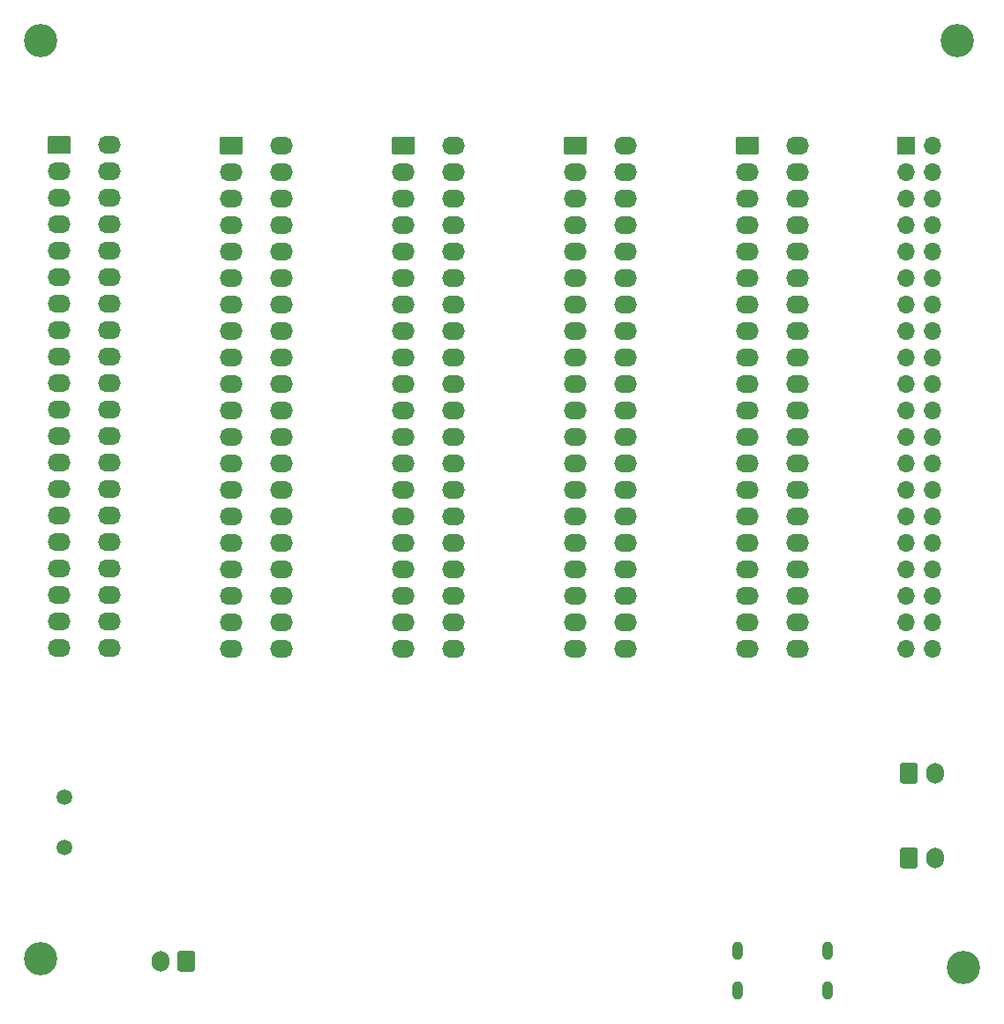
<source format=gbr>
G04 #@! TF.GenerationSoftware,KiCad,Pcbnew,(5.1.9-0-10_14)*
G04 #@! TF.CreationDate,2021-04-09T12:46:09-05:00*
G04 #@! TF.ProjectId,Backplane,4261636b-706c-4616-9e65-2e6b69636164,1*
G04 #@! TF.SameCoordinates,Original*
G04 #@! TF.FileFunction,Soldermask,Bot*
G04 #@! TF.FilePolarity,Negative*
%FSLAX46Y46*%
G04 Gerber Fmt 4.6, Leading zero omitted, Abs format (unit mm)*
G04 Created by KiCad (PCBNEW (5.1.9-0-10_14)) date 2021-04-09 12:46:09*
%MOMM*%
%LPD*%
G01*
G04 APERTURE LIST*
%ADD10O,1.000000X1.800000*%
%ADD11O,2.203200X1.703200*%
%ADD12C,3.200000*%
%ADD13O,1.700000X2.000000*%
%ADD14R,1.700000X1.700000*%
%ADD15O,1.700000X1.700000*%
%ADD16C,1.500000*%
G04 APERTURE END LIST*
D10*
X171496000Y-147056000D03*
X162856000Y-147056000D03*
X171496000Y-143256000D03*
X162856000Y-143256000D03*
G36*
G01*
X162830000Y-65188400D02*
X164830000Y-65188400D01*
G75*
G02*
X164931600Y-65290000I0J-101600D01*
G01*
X164931600Y-66790000D01*
G75*
G02*
X164830000Y-66891600I-101600J0D01*
G01*
X162830000Y-66891600D01*
G75*
G02*
X162728400Y-66790000I0J101600D01*
G01*
X162728400Y-65290000D01*
G75*
G02*
X162830000Y-65188400I101600J0D01*
G01*
G37*
D11*
X168681000Y-66040000D03*
X163830000Y-68580000D03*
X168681000Y-68580000D03*
X163830000Y-71120000D03*
X168681000Y-71120000D03*
X163830000Y-73660000D03*
X168681000Y-73660000D03*
X163830000Y-76200000D03*
X168681000Y-76200000D03*
X163830000Y-78740000D03*
X168681000Y-78740000D03*
X163830000Y-81280000D03*
X168681000Y-81280000D03*
X163830000Y-83820000D03*
X168681000Y-83820000D03*
X163830000Y-86360000D03*
X168681000Y-86360000D03*
X163830000Y-88900000D03*
X168681000Y-88900000D03*
X163830000Y-91440000D03*
X168681000Y-91440000D03*
X163830000Y-93980000D03*
X168681000Y-93980000D03*
X163830000Y-96520000D03*
X168681000Y-96520000D03*
X163830000Y-99060000D03*
X168681000Y-99060000D03*
X163830000Y-101600000D03*
X168681000Y-101600000D03*
X163830000Y-104140000D03*
X168681000Y-104140000D03*
X163830000Y-106680000D03*
X168681000Y-106680000D03*
X163830000Y-109220000D03*
X168681000Y-109220000D03*
X163830000Y-111760000D03*
X168681000Y-111760000D03*
X163830000Y-114300000D03*
X168681000Y-114300000D03*
D12*
X96000000Y-56000000D03*
X184000000Y-56000000D03*
X184540000Y-144860000D03*
X96000000Y-144000000D03*
G36*
G01*
X96790000Y-65148400D02*
X98790000Y-65148400D01*
G75*
G02*
X98891600Y-65250000I0J-101600D01*
G01*
X98891600Y-66750000D01*
G75*
G02*
X98790000Y-66851600I-101600J0D01*
G01*
X96790000Y-66851600D01*
G75*
G02*
X96688400Y-66750000I0J101600D01*
G01*
X96688400Y-65250000D01*
G75*
G02*
X96790000Y-65148400I101600J0D01*
G01*
G37*
D11*
X102641000Y-66000000D03*
X97790000Y-68540000D03*
X102641000Y-68540000D03*
X97790000Y-71080000D03*
X102641000Y-71080000D03*
X97790000Y-73620000D03*
X102641000Y-73620000D03*
X97790000Y-76160000D03*
X102641000Y-76160000D03*
X97790000Y-78700000D03*
X102641000Y-78700000D03*
X97790000Y-81240000D03*
X102641000Y-81240000D03*
X97790000Y-83780000D03*
X102641000Y-83780000D03*
X97790000Y-86320000D03*
X102641000Y-86320000D03*
X97790000Y-88860000D03*
X102641000Y-88860000D03*
X97790000Y-91400000D03*
X102641000Y-91400000D03*
X97790000Y-93940000D03*
X102641000Y-93940000D03*
X97790000Y-96480000D03*
X102641000Y-96480000D03*
X97790000Y-99020000D03*
X102641000Y-99020000D03*
X97790000Y-101560000D03*
X102641000Y-101560000D03*
X97790000Y-104100000D03*
X102641000Y-104100000D03*
X97790000Y-106640000D03*
X102641000Y-106640000D03*
X97790000Y-109180000D03*
X102641000Y-109180000D03*
X97790000Y-111720000D03*
X102641000Y-111720000D03*
X97790000Y-114260000D03*
X102641000Y-114260000D03*
G36*
G01*
X178474000Y-135116000D02*
X178474000Y-133616000D01*
G75*
G02*
X178724000Y-133366000I250000J0D01*
G01*
X179924000Y-133366000D01*
G75*
G02*
X180174000Y-133616000I0J-250000D01*
G01*
X180174000Y-135116000D01*
G75*
G02*
X179924000Y-135366000I-250000J0D01*
G01*
X178724000Y-135366000D01*
G75*
G02*
X178474000Y-135116000I0J250000D01*
G01*
G37*
D13*
X181824000Y-134366000D03*
G36*
G01*
X113300000Y-65188400D02*
X115300000Y-65188400D01*
G75*
G02*
X115401600Y-65290000I0J-101600D01*
G01*
X115401600Y-66790000D01*
G75*
G02*
X115300000Y-66891600I-101600J0D01*
G01*
X113300000Y-66891600D01*
G75*
G02*
X113198400Y-66790000I0J101600D01*
G01*
X113198400Y-65290000D01*
G75*
G02*
X113300000Y-65188400I101600J0D01*
G01*
G37*
D11*
X119151000Y-66040000D03*
X114300000Y-68580000D03*
X119151000Y-68580000D03*
X114300000Y-71120000D03*
X119151000Y-71120000D03*
X114300000Y-73660000D03*
X119151000Y-73660000D03*
X114300000Y-76200000D03*
X119151000Y-76200000D03*
X114300000Y-78740000D03*
X119151000Y-78740000D03*
X114300000Y-81280000D03*
X119151000Y-81280000D03*
X114300000Y-83820000D03*
X119151000Y-83820000D03*
X114300000Y-86360000D03*
X119151000Y-86360000D03*
X114300000Y-88900000D03*
X119151000Y-88900000D03*
X114300000Y-91440000D03*
X119151000Y-91440000D03*
X114300000Y-93980000D03*
X119151000Y-93980000D03*
X114300000Y-96520000D03*
X119151000Y-96520000D03*
X114300000Y-99060000D03*
X119151000Y-99060000D03*
X114300000Y-101600000D03*
X119151000Y-101600000D03*
X114300000Y-104140000D03*
X119151000Y-104140000D03*
X114300000Y-106680000D03*
X119151000Y-106680000D03*
X114300000Y-109220000D03*
X119151000Y-109220000D03*
X114300000Y-111760000D03*
X119151000Y-111760000D03*
X114300000Y-114300000D03*
X119151000Y-114300000D03*
G36*
G01*
X129810000Y-65188400D02*
X131810000Y-65188400D01*
G75*
G02*
X131911600Y-65290000I0J-101600D01*
G01*
X131911600Y-66790000D01*
G75*
G02*
X131810000Y-66891600I-101600J0D01*
G01*
X129810000Y-66891600D01*
G75*
G02*
X129708400Y-66790000I0J101600D01*
G01*
X129708400Y-65290000D01*
G75*
G02*
X129810000Y-65188400I101600J0D01*
G01*
G37*
X135661000Y-66040000D03*
X130810000Y-68580000D03*
X135661000Y-68580000D03*
X130810000Y-71120000D03*
X135661000Y-71120000D03*
X130810000Y-73660000D03*
X135661000Y-73660000D03*
X130810000Y-76200000D03*
X135661000Y-76200000D03*
X130810000Y-78740000D03*
X135661000Y-78740000D03*
X130810000Y-81280000D03*
X135661000Y-81280000D03*
X130810000Y-83820000D03*
X135661000Y-83820000D03*
X130810000Y-86360000D03*
X135661000Y-86360000D03*
X130810000Y-88900000D03*
X135661000Y-88900000D03*
X130810000Y-91440000D03*
X135661000Y-91440000D03*
X130810000Y-93980000D03*
X135661000Y-93980000D03*
X130810000Y-96520000D03*
X135661000Y-96520000D03*
X130810000Y-99060000D03*
X135661000Y-99060000D03*
X130810000Y-101600000D03*
X135661000Y-101600000D03*
X130810000Y-104140000D03*
X135661000Y-104140000D03*
X130810000Y-106680000D03*
X135661000Y-106680000D03*
X130810000Y-109220000D03*
X135661000Y-109220000D03*
X130810000Y-111760000D03*
X135661000Y-111760000D03*
X130810000Y-114300000D03*
X135661000Y-114300000D03*
G36*
G01*
X178474000Y-126988000D02*
X178474000Y-125488000D01*
G75*
G02*
X178724000Y-125238000I250000J0D01*
G01*
X179924000Y-125238000D01*
G75*
G02*
X180174000Y-125488000I0J-250000D01*
G01*
X180174000Y-126988000D01*
G75*
G02*
X179924000Y-127238000I-250000J0D01*
G01*
X178724000Y-127238000D01*
G75*
G02*
X178474000Y-126988000I0J250000D01*
G01*
G37*
D13*
X181824000Y-126238000D03*
G36*
G01*
X110832000Y-143522000D02*
X110832000Y-145022000D01*
G75*
G02*
X110582000Y-145272000I-250000J0D01*
G01*
X109382000Y-145272000D01*
G75*
G02*
X109132000Y-145022000I0J250000D01*
G01*
X109132000Y-143522000D01*
G75*
G02*
X109382000Y-143272000I250000J0D01*
G01*
X110582000Y-143272000D01*
G75*
G02*
X110832000Y-143522000I0J-250000D01*
G01*
G37*
X107482000Y-144272000D03*
G36*
G01*
X146320000Y-65188400D02*
X148320000Y-65188400D01*
G75*
G02*
X148421600Y-65290000I0J-101600D01*
G01*
X148421600Y-66790000D01*
G75*
G02*
X148320000Y-66891600I-101600J0D01*
G01*
X146320000Y-66891600D01*
G75*
G02*
X146218400Y-66790000I0J101600D01*
G01*
X146218400Y-65290000D01*
G75*
G02*
X146320000Y-65188400I101600J0D01*
G01*
G37*
D11*
X152171000Y-66040000D03*
X147320000Y-68580000D03*
X152171000Y-68580000D03*
X147320000Y-71120000D03*
X152171000Y-71120000D03*
X147320000Y-73660000D03*
X152171000Y-73660000D03*
X147320000Y-76200000D03*
X152171000Y-76200000D03*
X147320000Y-78740000D03*
X152171000Y-78740000D03*
X147320000Y-81280000D03*
X152171000Y-81280000D03*
X147320000Y-83820000D03*
X152171000Y-83820000D03*
X147320000Y-86360000D03*
X152171000Y-86360000D03*
X147320000Y-88900000D03*
X152171000Y-88900000D03*
X147320000Y-91440000D03*
X152171000Y-91440000D03*
X147320000Y-93980000D03*
X152171000Y-93980000D03*
X147320000Y-96520000D03*
X152171000Y-96520000D03*
X147320000Y-99060000D03*
X152171000Y-99060000D03*
X147320000Y-101600000D03*
X152171000Y-101600000D03*
X147320000Y-104140000D03*
X152171000Y-104140000D03*
X147320000Y-106680000D03*
X152171000Y-106680000D03*
X147320000Y-109220000D03*
X152171000Y-109220000D03*
X147320000Y-111760000D03*
X152171000Y-111760000D03*
X147320000Y-114300000D03*
X152171000Y-114300000D03*
D14*
X179070000Y-66040000D03*
D15*
X181610000Y-66040000D03*
X179070000Y-68580000D03*
X181610000Y-68580000D03*
X179070000Y-71120000D03*
X181610000Y-71120000D03*
X179070000Y-73660000D03*
X181610000Y-73660000D03*
X179070000Y-76200000D03*
X181610000Y-76200000D03*
X179070000Y-78740000D03*
X181610000Y-78740000D03*
X179070000Y-81280000D03*
X181610000Y-81280000D03*
X179070000Y-83820000D03*
X181610000Y-83820000D03*
X179070000Y-86360000D03*
X181610000Y-86360000D03*
X179070000Y-88900000D03*
X181610000Y-88900000D03*
X179070000Y-91440000D03*
X181610000Y-91440000D03*
X179070000Y-93980000D03*
X181610000Y-93980000D03*
X179070000Y-96520000D03*
X181610000Y-96520000D03*
X179070000Y-99060000D03*
X181610000Y-99060000D03*
X179070000Y-101600000D03*
X181610000Y-101600000D03*
X179070000Y-104140000D03*
X181610000Y-104140000D03*
X179070000Y-106680000D03*
X181610000Y-106680000D03*
X179070000Y-109220000D03*
X181610000Y-109220000D03*
X179070000Y-111760000D03*
X181610000Y-111760000D03*
X179070000Y-114300000D03*
X181610000Y-114300000D03*
D16*
X98298000Y-128524000D03*
X98298000Y-133404000D03*
M02*

</source>
